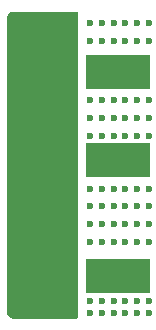
<source format=gbr>
%TF.GenerationSoftware,KiCad,Pcbnew,8.0.7*%
%TF.CreationDate,2025-04-20T00:47:18-04:00*%
%TF.ProjectId,1M_2F,314d5f32-462e-46b6-9963-61645f706362,rev?*%
%TF.SameCoordinates,Original*%
%TF.FileFunction,Copper,L3,Inr*%
%TF.FilePolarity,Positive*%
%FSLAX46Y46*%
G04 Gerber Fmt 4.6, Leading zero omitted, Abs format (unit mm)*
G04 Created by KiCad (PCBNEW 8.0.7) date 2025-04-20 00:47:18*
%MOMM*%
%LPD*%
G01*
G04 APERTURE LIST*
%TA.AperFunction,ComponentPad*%
%ADD10R,3.000000X5.400000*%
%TD*%
%TA.AperFunction,ComponentPad*%
%ADD11R,5.400000X3.000000*%
%TD*%
%TA.AperFunction,ViaPad*%
%ADD12C,0.600000*%
%TD*%
G04 APERTURE END LIST*
D10*
%TO.N,Net-(J1-Pin_1)*%
%TO.C,J1*%
X97344600Y-47653300D03*
D11*
%TO.N,GND*%
X102844600Y-47040800D03*
%TD*%
D10*
%TO.N,Net-(J1-Pin_1)*%
%TO.C,J3*%
X96412500Y-56262500D03*
D11*
%TO.N,GND*%
X102912500Y-56875000D03*
%TD*%
D10*
%TO.N,Net-(J1-Pin_1)*%
%TO.C,J2*%
X96337500Y-39050000D03*
D11*
%TO.N,GND*%
X102837500Y-39662500D03*
%TD*%
D12*
%TO.N,GND*%
X105500000Y-37000000D03*
X100500000Y-59000000D03*
X100500000Y-60000000D03*
X101500000Y-49500000D03*
X104500000Y-42000000D03*
X103500000Y-54000000D03*
X105500000Y-45000000D03*
X103500000Y-42000000D03*
X104500000Y-37000000D03*
X101500000Y-42000000D03*
X101500000Y-45000000D03*
X104500000Y-49500000D03*
X104500000Y-60000000D03*
X102500000Y-54000000D03*
X101500000Y-51000000D03*
X100500000Y-49500000D03*
X100500000Y-45000000D03*
X104500000Y-52500000D03*
X102500000Y-37000000D03*
X103500000Y-51000000D03*
X100500000Y-42000000D03*
X103500000Y-43500000D03*
X100500000Y-35500000D03*
X104500000Y-43500000D03*
X102500000Y-49500000D03*
X105500000Y-51000000D03*
X103500000Y-45000000D03*
X103500000Y-60000000D03*
X104500000Y-54000000D03*
X100500000Y-51000000D03*
X104500000Y-51000000D03*
X103500000Y-49500000D03*
X102500000Y-35500000D03*
X102500000Y-60000000D03*
X105500000Y-43500000D03*
X100500000Y-54000000D03*
X101500000Y-37000000D03*
X103500000Y-35500000D03*
X103500000Y-37000000D03*
X100500000Y-52500000D03*
X105500000Y-60000000D03*
X104500000Y-35500000D03*
X102500000Y-43500000D03*
X101500000Y-54000000D03*
X103500000Y-59000000D03*
X104500000Y-45000000D03*
X102500000Y-51000000D03*
X101500000Y-60000000D03*
X101500000Y-35500000D03*
X102500000Y-45000000D03*
X105500000Y-54000000D03*
X100500000Y-43500000D03*
X105500000Y-59000000D03*
X105500000Y-35500000D03*
X105500000Y-52500000D03*
X105500000Y-49500000D03*
X102500000Y-52500000D03*
X102500000Y-59000000D03*
X105500000Y-42000000D03*
X101500000Y-59000000D03*
X102500000Y-42000000D03*
X100500000Y-37000000D03*
X101500000Y-52500000D03*
X101500000Y-43500000D03*
X104500000Y-59000000D03*
X103500000Y-52500000D03*
%TO.N,Net-(J1-Pin_1)*%
X99000000Y-51000000D03*
X96000000Y-42500000D03*
X94000000Y-60000000D03*
X94000000Y-59000000D03*
X94000000Y-58000000D03*
X97000000Y-42500000D03*
X96000000Y-35500000D03*
X94000000Y-41500000D03*
X99000000Y-56000000D03*
X97000000Y-60000000D03*
X94000000Y-36500000D03*
X99000000Y-38500000D03*
X99000000Y-54000000D03*
X94000000Y-56000000D03*
X94500000Y-49000000D03*
X99000000Y-37500000D03*
X99000000Y-36500000D03*
X95000000Y-52500000D03*
X98000000Y-35500000D03*
X94000000Y-39500000D03*
X99000000Y-52500000D03*
X94500000Y-46000000D03*
X99000000Y-40500000D03*
X99000000Y-60000000D03*
X94000000Y-55000000D03*
X94500000Y-45000000D03*
X97000000Y-52500000D03*
X94000000Y-57000000D03*
X94000000Y-42500000D03*
X94500000Y-47000000D03*
X95000000Y-60000000D03*
X99000000Y-41500000D03*
X98000000Y-60000000D03*
X99000000Y-44000000D03*
X97000000Y-44000000D03*
X96000000Y-52500000D03*
X94000000Y-38500000D03*
X94000000Y-37500000D03*
X99000000Y-42500000D03*
X99000000Y-39500000D03*
X94000000Y-52500000D03*
X97000000Y-51000000D03*
X98000000Y-42500000D03*
X94000000Y-51000000D03*
X94500000Y-50000000D03*
X95000000Y-35500000D03*
X95000000Y-51000000D03*
X96000000Y-60000000D03*
X95000000Y-42500000D03*
X94000000Y-40500000D03*
X99000000Y-35500000D03*
X94000000Y-35500000D03*
X96000000Y-51000000D03*
X98000000Y-52500000D03*
X94500000Y-48000000D03*
X98000000Y-51000000D03*
X99000000Y-55000000D03*
X99000000Y-58000000D03*
X95000000Y-44000000D03*
X96000000Y-44000000D03*
X97000000Y-35500000D03*
X99000000Y-57000000D03*
X94000000Y-44000000D03*
X98000000Y-44000000D03*
X94000000Y-54000000D03*
X99000000Y-59000000D03*
%TD*%
%TA.AperFunction,Conductor*%
%TO.N,Net-(J1-Pin_1)*%
G36*
X99443039Y-34520185D02*
G01*
X99488794Y-34572989D01*
X99500000Y-34624500D01*
X99500000Y-60375500D01*
X99480315Y-60442539D01*
X99427511Y-60488294D01*
X99376000Y-60499500D01*
X94006962Y-60499500D01*
X93993078Y-60498720D01*
X93980553Y-60497308D01*
X93902735Y-60488540D01*
X93875666Y-60482362D01*
X93796462Y-60454648D01*
X93771444Y-60442600D01*
X93700395Y-60397957D01*
X93678686Y-60380644D01*
X93619355Y-60321313D01*
X93602042Y-60299604D01*
X93557399Y-60228555D01*
X93545351Y-60203537D01*
X93517637Y-60124333D01*
X93511459Y-60097263D01*
X93501280Y-60006922D01*
X93500500Y-59993038D01*
X93500500Y-35006961D01*
X93501280Y-34993077D01*
X93511459Y-34902731D01*
X93517635Y-34875670D01*
X93545353Y-34796456D01*
X93557396Y-34771450D01*
X93602046Y-34700389D01*
X93619351Y-34678690D01*
X93678690Y-34619351D01*
X93700389Y-34602046D01*
X93771450Y-34557396D01*
X93796456Y-34545353D01*
X93875670Y-34517635D01*
X93902733Y-34511459D01*
X93965419Y-34504396D01*
X93993079Y-34501280D01*
X94006962Y-34500500D01*
X99376000Y-34500500D01*
X99443039Y-34520185D01*
G37*
%TD.AperFunction*%
%TD*%
M02*

</source>
